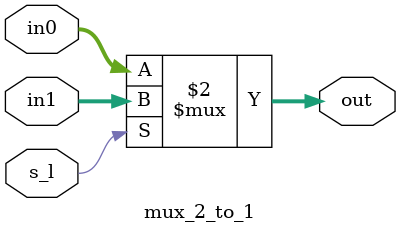
<source format=v>
module mux_2_to_1
#(
	parameter   WIDTH = 32
)
(
  input   s_l,
  input   [WIDTH-1:0] in0,
  input   [WIDTH-1:0] in1,
  output reg  [WIDTH-1:0] out
);

  always@* out = s_l ? in1 : in0;
	
  
endmodule

</source>
